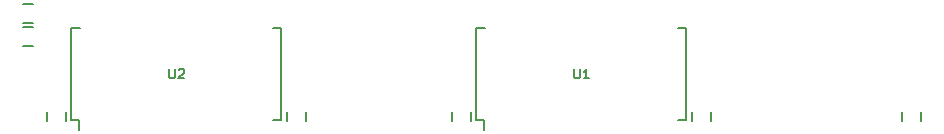
<source format=gto>
G04 #@! TF.GenerationSoftware,KiCad,Pcbnew,(5.1.10-1-10_14)*
G04 #@! TF.CreationDate,2021-07-01T06:08:51-04:00*
G04 #@! TF.ProjectId,GW4190-SOJ,47573431-3930-42d5-934f-4a2e6b696361,2.0-SOJ*
G04 #@! TF.SameCoordinates,Original*
G04 #@! TF.FileFunction,Legend,Top*
G04 #@! TF.FilePolarity,Positive*
%FSLAX46Y46*%
G04 Gerber Fmt 4.6, Leading zero omitted, Abs format (unit mm)*
G04 Created by KiCad (PCBNEW (5.1.10-1-10_14)) date 2021-07-01 06:08:51*
%MOMM*%
%LPD*%
G01*
G04 APERTURE LIST*
%ADD10C,0.200000*%
%ADD11C,0.152400*%
%ADD12C,0.203200*%
%ADD13C,0.952400*%
G04 APERTURE END LIST*
D10*
X120650000Y-93537000D02*
X121300000Y-93537000D01*
X120650000Y-85787000D02*
X121395000Y-85787000D01*
X138430000Y-85787000D02*
X137685000Y-85787000D01*
X138430000Y-93537000D02*
X137685000Y-93537000D01*
X120650000Y-93537000D02*
X120650000Y-85787000D01*
X138430000Y-93537000D02*
X138430000Y-85787000D01*
X121300000Y-93537000D02*
X121300000Y-94362000D01*
X86360000Y-93537000D02*
X87010000Y-93537000D01*
X86360000Y-85787000D02*
X87105000Y-85787000D01*
X104140000Y-85787000D02*
X103395000Y-85787000D01*
X104140000Y-93537000D02*
X103395000Y-93537000D01*
X86360000Y-93537000D02*
X86360000Y-85787000D01*
X104140000Y-93537000D02*
X104140000Y-85787000D01*
X87010000Y-93537000D02*
X87010000Y-94362000D01*
D11*
X84290000Y-92850600D02*
X84290000Y-93663400D01*
X85890000Y-92850600D02*
X85890000Y-93663400D01*
X104610000Y-92850600D02*
X104610000Y-93663400D01*
X106210000Y-92850600D02*
X106210000Y-93663400D01*
X118580000Y-92850600D02*
X118580000Y-93663400D01*
X120180000Y-92850600D02*
X120180000Y-93663400D01*
X158280000Y-93663400D02*
X158280000Y-92850600D01*
X156680000Y-93663400D02*
X156680000Y-92850600D01*
X138900000Y-92850600D02*
X138900000Y-93663400D01*
X140500000Y-92850600D02*
X140500000Y-93663400D01*
X83106400Y-85700000D02*
X82293600Y-85700000D01*
X83106400Y-87300000D02*
X82293600Y-87300000D01*
X82293600Y-83700000D02*
X83106400Y-83700000D01*
X82293600Y-85300000D02*
X83106400Y-85300000D01*
D12*
X128920723Y-89216895D02*
X128920723Y-89874876D01*
X128959428Y-89952285D01*
X128998133Y-89990990D01*
X129075542Y-90029695D01*
X129230361Y-90029695D01*
X129307771Y-89990990D01*
X129346476Y-89952285D01*
X129385180Y-89874876D01*
X129385180Y-89216895D01*
X130197980Y-90029695D02*
X129733523Y-90029695D01*
X129965752Y-90029695D02*
X129965752Y-89216895D01*
X129888342Y-89333009D01*
X129810933Y-89410419D01*
X129733523Y-89449123D01*
X94630723Y-89216895D02*
X94630723Y-89874876D01*
X94669428Y-89952285D01*
X94708133Y-89990990D01*
X94785542Y-90029695D01*
X94940361Y-90029695D01*
X95017771Y-89990990D01*
X95056476Y-89952285D01*
X95095180Y-89874876D01*
X95095180Y-89216895D01*
X95443523Y-89294304D02*
X95482228Y-89255600D01*
X95559638Y-89216895D01*
X95753161Y-89216895D01*
X95830571Y-89255600D01*
X95869276Y-89294304D01*
X95907980Y-89371714D01*
X95907980Y-89449123D01*
X95869276Y-89565238D01*
X95404819Y-90029695D01*
X95907980Y-90029695D01*
%LPC*%
G36*
G01*
X137335000Y-88061000D02*
X136985000Y-88061000D01*
G75*
G02*
X136810000Y-87886000I0J175000D01*
G01*
X136810000Y-85088000D01*
G75*
G02*
X136985000Y-84913000I175000J0D01*
G01*
X137335000Y-84913000D01*
G75*
G02*
X137510000Y-85088000I0J-175000D01*
G01*
X137510000Y-87886000D01*
G75*
G02*
X137335000Y-88061000I-175000J0D01*
G01*
G37*
G36*
G01*
X122095000Y-88061000D02*
X121745000Y-88061000D01*
G75*
G02*
X121570000Y-87886000I0J175000D01*
G01*
X121570000Y-85088000D01*
G75*
G02*
X121745000Y-84913000I175000J0D01*
G01*
X122095000Y-84913000D01*
G75*
G02*
X122270000Y-85088000I0J-175000D01*
G01*
X122270000Y-87886000D01*
G75*
G02*
X122095000Y-88061000I-175000J0D01*
G01*
G37*
G36*
G01*
X123365000Y-88061000D02*
X123015000Y-88061000D01*
G75*
G02*
X122840000Y-87886000I0J175000D01*
G01*
X122840000Y-85088000D01*
G75*
G02*
X123015000Y-84913000I175000J0D01*
G01*
X123365000Y-84913000D01*
G75*
G02*
X123540000Y-85088000I0J-175000D01*
G01*
X123540000Y-87886000D01*
G75*
G02*
X123365000Y-88061000I-175000J0D01*
G01*
G37*
G36*
G01*
X124635000Y-88061000D02*
X124285000Y-88061000D01*
G75*
G02*
X124110000Y-87886000I0J175000D01*
G01*
X124110000Y-85088000D01*
G75*
G02*
X124285000Y-84913000I175000J0D01*
G01*
X124635000Y-84913000D01*
G75*
G02*
X124810000Y-85088000I0J-175000D01*
G01*
X124810000Y-87886000D01*
G75*
G02*
X124635000Y-88061000I-175000J0D01*
G01*
G37*
G36*
G01*
X125905000Y-88061000D02*
X125555000Y-88061000D01*
G75*
G02*
X125380000Y-87886000I0J175000D01*
G01*
X125380000Y-85088000D01*
G75*
G02*
X125555000Y-84913000I175000J0D01*
G01*
X125905000Y-84913000D01*
G75*
G02*
X126080000Y-85088000I0J-175000D01*
G01*
X126080000Y-87886000D01*
G75*
G02*
X125905000Y-88061000I-175000J0D01*
G01*
G37*
G36*
G01*
X127175000Y-88061000D02*
X126825000Y-88061000D01*
G75*
G02*
X126650000Y-87886000I0J175000D01*
G01*
X126650000Y-85088000D01*
G75*
G02*
X126825000Y-84913000I175000J0D01*
G01*
X127175000Y-84913000D01*
G75*
G02*
X127350000Y-85088000I0J-175000D01*
G01*
X127350000Y-87886000D01*
G75*
G02*
X127175000Y-88061000I-175000J0D01*
G01*
G37*
G36*
G01*
X132255000Y-88061000D02*
X131905000Y-88061000D01*
G75*
G02*
X131730000Y-87886000I0J175000D01*
G01*
X131730000Y-85088000D01*
G75*
G02*
X131905000Y-84913000I175000J0D01*
G01*
X132255000Y-84913000D01*
G75*
G02*
X132430000Y-85088000I0J-175000D01*
G01*
X132430000Y-87886000D01*
G75*
G02*
X132255000Y-88061000I-175000J0D01*
G01*
G37*
G36*
G01*
X133525000Y-88061000D02*
X133175000Y-88061000D01*
G75*
G02*
X133000000Y-87886000I0J175000D01*
G01*
X133000000Y-85088000D01*
G75*
G02*
X133175000Y-84913000I175000J0D01*
G01*
X133525000Y-84913000D01*
G75*
G02*
X133700000Y-85088000I0J-175000D01*
G01*
X133700000Y-87886000D01*
G75*
G02*
X133525000Y-88061000I-175000J0D01*
G01*
G37*
G36*
G01*
X134795000Y-88061000D02*
X134445000Y-88061000D01*
G75*
G02*
X134270000Y-87886000I0J175000D01*
G01*
X134270000Y-85088000D01*
G75*
G02*
X134445000Y-84913000I175000J0D01*
G01*
X134795000Y-84913000D01*
G75*
G02*
X134970000Y-85088000I0J-175000D01*
G01*
X134970000Y-87886000D01*
G75*
G02*
X134795000Y-88061000I-175000J0D01*
G01*
G37*
G36*
G01*
X136065000Y-88061000D02*
X135715000Y-88061000D01*
G75*
G02*
X135540000Y-87886000I0J175000D01*
G01*
X135540000Y-85088000D01*
G75*
G02*
X135715000Y-84913000I175000J0D01*
G01*
X136065000Y-84913000D01*
G75*
G02*
X136240000Y-85088000I0J-175000D01*
G01*
X136240000Y-87886000D01*
G75*
G02*
X136065000Y-88061000I-175000J0D01*
G01*
G37*
G36*
G01*
X137335000Y-94411000D02*
X136985000Y-94411000D01*
G75*
G02*
X136810000Y-94236000I0J175000D01*
G01*
X136810000Y-91438000D01*
G75*
G02*
X136985000Y-91263000I175000J0D01*
G01*
X137335000Y-91263000D01*
G75*
G02*
X137510000Y-91438000I0J-175000D01*
G01*
X137510000Y-94236000D01*
G75*
G02*
X137335000Y-94411000I-175000J0D01*
G01*
G37*
G36*
G01*
X136065000Y-94411000D02*
X135715000Y-94411000D01*
G75*
G02*
X135540000Y-94236000I0J175000D01*
G01*
X135540000Y-91438000D01*
G75*
G02*
X135715000Y-91263000I175000J0D01*
G01*
X136065000Y-91263000D01*
G75*
G02*
X136240000Y-91438000I0J-175000D01*
G01*
X136240000Y-94236000D01*
G75*
G02*
X136065000Y-94411000I-175000J0D01*
G01*
G37*
G36*
G01*
X134795000Y-94411000D02*
X134445000Y-94411000D01*
G75*
G02*
X134270000Y-94236000I0J175000D01*
G01*
X134270000Y-91438000D01*
G75*
G02*
X134445000Y-91263000I175000J0D01*
G01*
X134795000Y-91263000D01*
G75*
G02*
X134970000Y-91438000I0J-175000D01*
G01*
X134970000Y-94236000D01*
G75*
G02*
X134795000Y-94411000I-175000J0D01*
G01*
G37*
G36*
G01*
X133525000Y-94411000D02*
X133175000Y-94411000D01*
G75*
G02*
X133000000Y-94236000I0J175000D01*
G01*
X133000000Y-91438000D01*
G75*
G02*
X133175000Y-91263000I175000J0D01*
G01*
X133525000Y-91263000D01*
G75*
G02*
X133700000Y-91438000I0J-175000D01*
G01*
X133700000Y-94236000D01*
G75*
G02*
X133525000Y-94411000I-175000J0D01*
G01*
G37*
G36*
G01*
X132255000Y-94411000D02*
X131905000Y-94411000D01*
G75*
G02*
X131730000Y-94236000I0J175000D01*
G01*
X131730000Y-91438000D01*
G75*
G02*
X131905000Y-91263000I175000J0D01*
G01*
X132255000Y-91263000D01*
G75*
G02*
X132430000Y-91438000I0J-175000D01*
G01*
X132430000Y-94236000D01*
G75*
G02*
X132255000Y-94411000I-175000J0D01*
G01*
G37*
G36*
G01*
X127175000Y-94411000D02*
X126825000Y-94411000D01*
G75*
G02*
X126650000Y-94236000I0J175000D01*
G01*
X126650000Y-91438000D01*
G75*
G02*
X126825000Y-91263000I175000J0D01*
G01*
X127175000Y-91263000D01*
G75*
G02*
X127350000Y-91438000I0J-175000D01*
G01*
X127350000Y-94236000D01*
G75*
G02*
X127175000Y-94411000I-175000J0D01*
G01*
G37*
G36*
G01*
X125905000Y-94411000D02*
X125555000Y-94411000D01*
G75*
G02*
X125380000Y-94236000I0J175000D01*
G01*
X125380000Y-91438000D01*
G75*
G02*
X125555000Y-91263000I175000J0D01*
G01*
X125905000Y-91263000D01*
G75*
G02*
X126080000Y-91438000I0J-175000D01*
G01*
X126080000Y-94236000D01*
G75*
G02*
X125905000Y-94411000I-175000J0D01*
G01*
G37*
G36*
G01*
X124635000Y-94411000D02*
X124285000Y-94411000D01*
G75*
G02*
X124110000Y-94236000I0J175000D01*
G01*
X124110000Y-91438000D01*
G75*
G02*
X124285000Y-91263000I175000J0D01*
G01*
X124635000Y-91263000D01*
G75*
G02*
X124810000Y-91438000I0J-175000D01*
G01*
X124810000Y-94236000D01*
G75*
G02*
X124635000Y-94411000I-175000J0D01*
G01*
G37*
G36*
G01*
X123365000Y-94411000D02*
X123015000Y-94411000D01*
G75*
G02*
X122840000Y-94236000I0J175000D01*
G01*
X122840000Y-91438000D01*
G75*
G02*
X123015000Y-91263000I175000J0D01*
G01*
X123365000Y-91263000D01*
G75*
G02*
X123540000Y-91438000I0J-175000D01*
G01*
X123540000Y-94236000D01*
G75*
G02*
X123365000Y-94411000I-175000J0D01*
G01*
G37*
G36*
G01*
X122095000Y-94411000D02*
X121745000Y-94411000D01*
G75*
G02*
X121570000Y-94236000I0J175000D01*
G01*
X121570000Y-91438000D01*
G75*
G02*
X121745000Y-91263000I175000J0D01*
G01*
X122095000Y-91263000D01*
G75*
G02*
X122270000Y-91438000I0J-175000D01*
G01*
X122270000Y-94236000D01*
G75*
G02*
X122095000Y-94411000I-175000J0D01*
G01*
G37*
G36*
G01*
X128445000Y-88061000D02*
X128095000Y-88061000D01*
G75*
G02*
X127920000Y-87886000I0J175000D01*
G01*
X127920000Y-85088000D01*
G75*
G02*
X128095000Y-84913000I175000J0D01*
G01*
X128445000Y-84913000D01*
G75*
G02*
X128620000Y-85088000I0J-175000D01*
G01*
X128620000Y-87886000D01*
G75*
G02*
X128445000Y-88061000I-175000J0D01*
G01*
G37*
G36*
G01*
X128445000Y-94411000D02*
X128095000Y-94411000D01*
G75*
G02*
X127920000Y-94236000I0J175000D01*
G01*
X127920000Y-91438000D01*
G75*
G02*
X128095000Y-91263000I175000J0D01*
G01*
X128445000Y-91263000D01*
G75*
G02*
X128620000Y-91438000I0J-175000D01*
G01*
X128620000Y-94236000D01*
G75*
G02*
X128445000Y-94411000I-175000J0D01*
G01*
G37*
G36*
G01*
X130985000Y-88061000D02*
X130635000Y-88061000D01*
G75*
G02*
X130460000Y-87886000I0J175000D01*
G01*
X130460000Y-85088000D01*
G75*
G02*
X130635000Y-84913000I175000J0D01*
G01*
X130985000Y-84913000D01*
G75*
G02*
X131160000Y-85088000I0J-175000D01*
G01*
X131160000Y-87886000D01*
G75*
G02*
X130985000Y-88061000I-175000J0D01*
G01*
G37*
G36*
G01*
X130985000Y-94411000D02*
X130635000Y-94411000D01*
G75*
G02*
X130460000Y-94236000I0J175000D01*
G01*
X130460000Y-91438000D01*
G75*
G02*
X130635000Y-91263000I175000J0D01*
G01*
X130985000Y-91263000D01*
G75*
G02*
X131160000Y-91438000I0J-175000D01*
G01*
X131160000Y-94236000D01*
G75*
G02*
X130985000Y-94411000I-175000J0D01*
G01*
G37*
G36*
G01*
X103045000Y-88061000D02*
X102695000Y-88061000D01*
G75*
G02*
X102520000Y-87886000I0J175000D01*
G01*
X102520000Y-85088000D01*
G75*
G02*
X102695000Y-84913000I175000J0D01*
G01*
X103045000Y-84913000D01*
G75*
G02*
X103220000Y-85088000I0J-175000D01*
G01*
X103220000Y-87886000D01*
G75*
G02*
X103045000Y-88061000I-175000J0D01*
G01*
G37*
G36*
G01*
X87805000Y-88061000D02*
X87455000Y-88061000D01*
G75*
G02*
X87280000Y-87886000I0J175000D01*
G01*
X87280000Y-85088000D01*
G75*
G02*
X87455000Y-84913000I175000J0D01*
G01*
X87805000Y-84913000D01*
G75*
G02*
X87980000Y-85088000I0J-175000D01*
G01*
X87980000Y-87886000D01*
G75*
G02*
X87805000Y-88061000I-175000J0D01*
G01*
G37*
G36*
G01*
X89075000Y-88061000D02*
X88725000Y-88061000D01*
G75*
G02*
X88550000Y-87886000I0J175000D01*
G01*
X88550000Y-85088000D01*
G75*
G02*
X88725000Y-84913000I175000J0D01*
G01*
X89075000Y-84913000D01*
G75*
G02*
X89250000Y-85088000I0J-175000D01*
G01*
X89250000Y-87886000D01*
G75*
G02*
X89075000Y-88061000I-175000J0D01*
G01*
G37*
G36*
G01*
X90345000Y-88061000D02*
X89995000Y-88061000D01*
G75*
G02*
X89820000Y-87886000I0J175000D01*
G01*
X89820000Y-85088000D01*
G75*
G02*
X89995000Y-84913000I175000J0D01*
G01*
X90345000Y-84913000D01*
G75*
G02*
X90520000Y-85088000I0J-175000D01*
G01*
X90520000Y-87886000D01*
G75*
G02*
X90345000Y-88061000I-175000J0D01*
G01*
G37*
G36*
G01*
X91615000Y-88061000D02*
X91265000Y-88061000D01*
G75*
G02*
X91090000Y-87886000I0J175000D01*
G01*
X91090000Y-85088000D01*
G75*
G02*
X91265000Y-84913000I175000J0D01*
G01*
X91615000Y-84913000D01*
G75*
G02*
X91790000Y-85088000I0J-175000D01*
G01*
X91790000Y-87886000D01*
G75*
G02*
X91615000Y-88061000I-175000J0D01*
G01*
G37*
G36*
G01*
X92885000Y-88061000D02*
X92535000Y-88061000D01*
G75*
G02*
X92360000Y-87886000I0J175000D01*
G01*
X92360000Y-85088000D01*
G75*
G02*
X92535000Y-84913000I175000J0D01*
G01*
X92885000Y-84913000D01*
G75*
G02*
X93060000Y-85088000I0J-175000D01*
G01*
X93060000Y-87886000D01*
G75*
G02*
X92885000Y-88061000I-175000J0D01*
G01*
G37*
G36*
G01*
X97965000Y-88061000D02*
X97615000Y-88061000D01*
G75*
G02*
X97440000Y-87886000I0J175000D01*
G01*
X97440000Y-85088000D01*
G75*
G02*
X97615000Y-84913000I175000J0D01*
G01*
X97965000Y-84913000D01*
G75*
G02*
X98140000Y-85088000I0J-175000D01*
G01*
X98140000Y-87886000D01*
G75*
G02*
X97965000Y-88061000I-175000J0D01*
G01*
G37*
G36*
G01*
X99235000Y-88061000D02*
X98885000Y-88061000D01*
G75*
G02*
X98710000Y-87886000I0J175000D01*
G01*
X98710000Y-85088000D01*
G75*
G02*
X98885000Y-84913000I175000J0D01*
G01*
X99235000Y-84913000D01*
G75*
G02*
X99410000Y-85088000I0J-175000D01*
G01*
X99410000Y-87886000D01*
G75*
G02*
X99235000Y-88061000I-175000J0D01*
G01*
G37*
G36*
G01*
X100505000Y-88061000D02*
X100155000Y-88061000D01*
G75*
G02*
X99980000Y-87886000I0J175000D01*
G01*
X99980000Y-85088000D01*
G75*
G02*
X100155000Y-84913000I175000J0D01*
G01*
X100505000Y-84913000D01*
G75*
G02*
X100680000Y-85088000I0J-175000D01*
G01*
X100680000Y-87886000D01*
G75*
G02*
X100505000Y-88061000I-175000J0D01*
G01*
G37*
G36*
G01*
X101775000Y-88061000D02*
X101425000Y-88061000D01*
G75*
G02*
X101250000Y-87886000I0J175000D01*
G01*
X101250000Y-85088000D01*
G75*
G02*
X101425000Y-84913000I175000J0D01*
G01*
X101775000Y-84913000D01*
G75*
G02*
X101950000Y-85088000I0J-175000D01*
G01*
X101950000Y-87886000D01*
G75*
G02*
X101775000Y-88061000I-175000J0D01*
G01*
G37*
G36*
G01*
X103045000Y-94411000D02*
X102695000Y-94411000D01*
G75*
G02*
X102520000Y-94236000I0J175000D01*
G01*
X102520000Y-91438000D01*
G75*
G02*
X102695000Y-91263000I175000J0D01*
G01*
X103045000Y-91263000D01*
G75*
G02*
X103220000Y-91438000I0J-175000D01*
G01*
X103220000Y-94236000D01*
G75*
G02*
X103045000Y-94411000I-175000J0D01*
G01*
G37*
G36*
G01*
X101775000Y-94411000D02*
X101425000Y-94411000D01*
G75*
G02*
X101250000Y-94236000I0J175000D01*
G01*
X101250000Y-91438000D01*
G75*
G02*
X101425000Y-91263000I175000J0D01*
G01*
X101775000Y-91263000D01*
G75*
G02*
X101950000Y-91438000I0J-175000D01*
G01*
X101950000Y-94236000D01*
G75*
G02*
X101775000Y-94411000I-175000J0D01*
G01*
G37*
G36*
G01*
X100505000Y-94411000D02*
X100155000Y-94411000D01*
G75*
G02*
X99980000Y-94236000I0J175000D01*
G01*
X99980000Y-91438000D01*
G75*
G02*
X100155000Y-91263000I175000J0D01*
G01*
X100505000Y-91263000D01*
G75*
G02*
X100680000Y-91438000I0J-175000D01*
G01*
X100680000Y-94236000D01*
G75*
G02*
X100505000Y-94411000I-175000J0D01*
G01*
G37*
G36*
G01*
X99235000Y-94411000D02*
X98885000Y-94411000D01*
G75*
G02*
X98710000Y-94236000I0J175000D01*
G01*
X98710000Y-91438000D01*
G75*
G02*
X98885000Y-91263000I175000J0D01*
G01*
X99235000Y-91263000D01*
G75*
G02*
X99410000Y-91438000I0J-175000D01*
G01*
X99410000Y-94236000D01*
G75*
G02*
X99235000Y-94411000I-175000J0D01*
G01*
G37*
G36*
G01*
X97965000Y-94411000D02*
X97615000Y-94411000D01*
G75*
G02*
X97440000Y-94236000I0J175000D01*
G01*
X97440000Y-91438000D01*
G75*
G02*
X97615000Y-91263000I175000J0D01*
G01*
X97965000Y-91263000D01*
G75*
G02*
X98140000Y-91438000I0J-175000D01*
G01*
X98140000Y-94236000D01*
G75*
G02*
X97965000Y-94411000I-175000J0D01*
G01*
G37*
G36*
G01*
X92885000Y-94411000D02*
X92535000Y-94411000D01*
G75*
G02*
X92360000Y-94236000I0J175000D01*
G01*
X92360000Y-91438000D01*
G75*
G02*
X92535000Y-91263000I175000J0D01*
G01*
X92885000Y-91263000D01*
G75*
G02*
X93060000Y-91438000I0J-175000D01*
G01*
X93060000Y-94236000D01*
G75*
G02*
X92885000Y-94411000I-175000J0D01*
G01*
G37*
G36*
G01*
X91615000Y-94411000D02*
X91265000Y-94411000D01*
G75*
G02*
X91090000Y-94236000I0J175000D01*
G01*
X91090000Y-91438000D01*
G75*
G02*
X91265000Y-91263000I175000J0D01*
G01*
X91615000Y-91263000D01*
G75*
G02*
X91790000Y-91438000I0J-175000D01*
G01*
X91790000Y-94236000D01*
G75*
G02*
X91615000Y-94411000I-175000J0D01*
G01*
G37*
G36*
G01*
X90345000Y-94411000D02*
X89995000Y-94411000D01*
G75*
G02*
X89820000Y-94236000I0J175000D01*
G01*
X89820000Y-91438000D01*
G75*
G02*
X89995000Y-91263000I175000J0D01*
G01*
X90345000Y-91263000D01*
G75*
G02*
X90520000Y-91438000I0J-175000D01*
G01*
X90520000Y-94236000D01*
G75*
G02*
X90345000Y-94411000I-175000J0D01*
G01*
G37*
G36*
G01*
X89075000Y-94411000D02*
X88725000Y-94411000D01*
G75*
G02*
X88550000Y-94236000I0J175000D01*
G01*
X88550000Y-91438000D01*
G75*
G02*
X88725000Y-91263000I175000J0D01*
G01*
X89075000Y-91263000D01*
G75*
G02*
X89250000Y-91438000I0J-175000D01*
G01*
X89250000Y-94236000D01*
G75*
G02*
X89075000Y-94411000I-175000J0D01*
G01*
G37*
G36*
G01*
X87805000Y-94411000D02*
X87455000Y-94411000D01*
G75*
G02*
X87280000Y-94236000I0J175000D01*
G01*
X87280000Y-91438000D01*
G75*
G02*
X87455000Y-91263000I175000J0D01*
G01*
X87805000Y-91263000D01*
G75*
G02*
X87980000Y-91438000I0J-175000D01*
G01*
X87980000Y-94236000D01*
G75*
G02*
X87805000Y-94411000I-175000J0D01*
G01*
G37*
G36*
G01*
X94155000Y-88061000D02*
X93805000Y-88061000D01*
G75*
G02*
X93630000Y-87886000I0J175000D01*
G01*
X93630000Y-85088000D01*
G75*
G02*
X93805000Y-84913000I175000J0D01*
G01*
X94155000Y-84913000D01*
G75*
G02*
X94330000Y-85088000I0J-175000D01*
G01*
X94330000Y-87886000D01*
G75*
G02*
X94155000Y-88061000I-175000J0D01*
G01*
G37*
G36*
G01*
X94155000Y-94411000D02*
X93805000Y-94411000D01*
G75*
G02*
X93630000Y-94236000I0J175000D01*
G01*
X93630000Y-91438000D01*
G75*
G02*
X93805000Y-91263000I175000J0D01*
G01*
X94155000Y-91263000D01*
G75*
G02*
X94330000Y-91438000I0J-175000D01*
G01*
X94330000Y-94236000D01*
G75*
G02*
X94155000Y-94411000I-175000J0D01*
G01*
G37*
G36*
G01*
X96695000Y-88061000D02*
X96345000Y-88061000D01*
G75*
G02*
X96170000Y-87886000I0J175000D01*
G01*
X96170000Y-85088000D01*
G75*
G02*
X96345000Y-84913000I175000J0D01*
G01*
X96695000Y-84913000D01*
G75*
G02*
X96870000Y-85088000I0J-175000D01*
G01*
X96870000Y-87886000D01*
G75*
G02*
X96695000Y-88061000I-175000J0D01*
G01*
G37*
G36*
G01*
X96695000Y-94411000D02*
X96345000Y-94411000D01*
G75*
G02*
X96170000Y-94236000I0J175000D01*
G01*
X96170000Y-91438000D01*
G75*
G02*
X96345000Y-91263000I175000J0D01*
G01*
X96695000Y-91263000D01*
G75*
G02*
X96870000Y-91438000I0J-175000D01*
G01*
X96870000Y-94236000D01*
G75*
G02*
X96695000Y-94411000I-175000J0D01*
G01*
G37*
G36*
G01*
X84627500Y-93532000D02*
X85552500Y-93532000D01*
G75*
G02*
X85840000Y-93819500I0J-287500D01*
G01*
X85840000Y-94394500D01*
G75*
G02*
X85552500Y-94682000I-287500J0D01*
G01*
X84627500Y-94682000D01*
G75*
G02*
X84340000Y-94394500I0J287500D01*
G01*
X84340000Y-93819500D01*
G75*
G02*
X84627500Y-93532000I287500J0D01*
G01*
G37*
G36*
G01*
X84627500Y-91832000D02*
X85552500Y-91832000D01*
G75*
G02*
X85840000Y-92119500I0J-287500D01*
G01*
X85840000Y-92694500D01*
G75*
G02*
X85552500Y-92982000I-287500J0D01*
G01*
X84627500Y-92982000D01*
G75*
G02*
X84340000Y-92694500I0J287500D01*
G01*
X84340000Y-92119500D01*
G75*
G02*
X84627500Y-91832000I287500J0D01*
G01*
G37*
G36*
G01*
X104947500Y-93532000D02*
X105872500Y-93532000D01*
G75*
G02*
X106160000Y-93819500I0J-287500D01*
G01*
X106160000Y-94394500D01*
G75*
G02*
X105872500Y-94682000I-287500J0D01*
G01*
X104947500Y-94682000D01*
G75*
G02*
X104660000Y-94394500I0J287500D01*
G01*
X104660000Y-93819500D01*
G75*
G02*
X104947500Y-93532000I287500J0D01*
G01*
G37*
G36*
G01*
X104947500Y-91832000D02*
X105872500Y-91832000D01*
G75*
G02*
X106160000Y-92119500I0J-287500D01*
G01*
X106160000Y-92694500D01*
G75*
G02*
X105872500Y-92982000I-287500J0D01*
G01*
X104947500Y-92982000D01*
G75*
G02*
X104660000Y-92694500I0J287500D01*
G01*
X104660000Y-92119500D01*
G75*
G02*
X104947500Y-91832000I287500J0D01*
G01*
G37*
G36*
G01*
X118917500Y-93532000D02*
X119842500Y-93532000D01*
G75*
G02*
X120130000Y-93819500I0J-287500D01*
G01*
X120130000Y-94394500D01*
G75*
G02*
X119842500Y-94682000I-287500J0D01*
G01*
X118917500Y-94682000D01*
G75*
G02*
X118630000Y-94394500I0J287500D01*
G01*
X118630000Y-93819500D01*
G75*
G02*
X118917500Y-93532000I287500J0D01*
G01*
G37*
G36*
G01*
X118917500Y-91832000D02*
X119842500Y-91832000D01*
G75*
G02*
X120130000Y-92119500I0J-287500D01*
G01*
X120130000Y-92694500D01*
G75*
G02*
X119842500Y-92982000I-287500J0D01*
G01*
X118917500Y-92982000D01*
G75*
G02*
X118630000Y-92694500I0J287500D01*
G01*
X118630000Y-92119500D01*
G75*
G02*
X118917500Y-91832000I287500J0D01*
G01*
G37*
G36*
G01*
X157942500Y-92982000D02*
X157017500Y-92982000D01*
G75*
G02*
X156730000Y-92694500I0J287500D01*
G01*
X156730000Y-92119500D01*
G75*
G02*
X157017500Y-91832000I287500J0D01*
G01*
X157942500Y-91832000D01*
G75*
G02*
X158230000Y-92119500I0J-287500D01*
G01*
X158230000Y-92694500D01*
G75*
G02*
X157942500Y-92982000I-287500J0D01*
G01*
G37*
G36*
G01*
X157942500Y-94682000D02*
X157017500Y-94682000D01*
G75*
G02*
X156730000Y-94394500I0J287500D01*
G01*
X156730000Y-93819500D01*
G75*
G02*
X157017500Y-93532000I287500J0D01*
G01*
X157942500Y-93532000D01*
G75*
G02*
X158230000Y-93819500I0J-287500D01*
G01*
X158230000Y-94394500D01*
G75*
G02*
X157942500Y-94682000I-287500J0D01*
G01*
G37*
G36*
G01*
X139237500Y-93532000D02*
X140162500Y-93532000D01*
G75*
G02*
X140450000Y-93819500I0J-287500D01*
G01*
X140450000Y-94394500D01*
G75*
G02*
X140162500Y-94682000I-287500J0D01*
G01*
X139237500Y-94682000D01*
G75*
G02*
X138950000Y-94394500I0J287500D01*
G01*
X138950000Y-93819500D01*
G75*
G02*
X139237500Y-93532000I287500J0D01*
G01*
G37*
G36*
G01*
X139237500Y-91832000D02*
X140162500Y-91832000D01*
G75*
G02*
X140450000Y-92119500I0J-287500D01*
G01*
X140450000Y-92694500D01*
G75*
G02*
X140162500Y-92982000I-287500J0D01*
G01*
X139237500Y-92982000D01*
G75*
G02*
X138950000Y-92694500I0J287500D01*
G01*
X138950000Y-92119500D01*
G75*
G02*
X139237500Y-91832000I287500J0D01*
G01*
G37*
G36*
G01*
X82854800Y-100939600D02*
X82854800Y-99212400D01*
G75*
G02*
X83337400Y-98729800I482600J0D01*
G01*
X84302600Y-98729800D01*
G75*
G02*
X84785200Y-99212400I0J-482600D01*
G01*
X84785200Y-100939600D01*
G75*
G02*
X84302600Y-101422200I-482600J0D01*
G01*
X83337400Y-101422200D01*
G75*
G02*
X82854800Y-100939600I0J482600D01*
G01*
G37*
G36*
G01*
X85394800Y-100939600D02*
X85394800Y-99212400D01*
G75*
G02*
X85877400Y-98729800I482600J0D01*
G01*
X86842600Y-98729800D01*
G75*
G02*
X87325200Y-99212400I0J-482600D01*
G01*
X87325200Y-100939600D01*
G75*
G02*
X86842600Y-101422200I-482600J0D01*
G01*
X85877400Y-101422200D01*
G75*
G02*
X85394800Y-100939600I0J482600D01*
G01*
G37*
D13*
X88900000Y-98806000D03*
G36*
G01*
X108254800Y-100939600D02*
X108254800Y-99212400D01*
G75*
G02*
X108737400Y-98729800I482600J0D01*
G01*
X109702600Y-98729800D01*
G75*
G02*
X110185200Y-99212400I0J-482600D01*
G01*
X110185200Y-100939600D01*
G75*
G02*
X109702600Y-101422200I-482600J0D01*
G01*
X108737400Y-101422200D01*
G75*
G02*
X108254800Y-100939600I0J482600D01*
G01*
G37*
G36*
G01*
X93014800Y-100939600D02*
X93014800Y-99212400D01*
G75*
G02*
X93497400Y-98729800I482600J0D01*
G01*
X94462600Y-98729800D01*
G75*
G02*
X94945200Y-99212400I0J-482600D01*
G01*
X94945200Y-100939600D01*
G75*
G02*
X94462600Y-101422200I-482600J0D01*
G01*
X93497400Y-101422200D01*
G75*
G02*
X93014800Y-100939600I0J482600D01*
G01*
G37*
G36*
G01*
X110794800Y-100939600D02*
X110794800Y-99212400D01*
G75*
G02*
X111277400Y-98729800I482600J0D01*
G01*
X112242600Y-98729800D01*
G75*
G02*
X112725200Y-99212400I0J-482600D01*
G01*
X112725200Y-100939600D01*
G75*
G02*
X112242600Y-101422200I-482600J0D01*
G01*
X111277400Y-101422200D01*
G75*
G02*
X110794800Y-100939600I0J482600D01*
G01*
G37*
G36*
G01*
X146354800Y-100939600D02*
X146354800Y-99212400D01*
G75*
G02*
X146837400Y-98729800I482600J0D01*
G01*
X147802600Y-98729800D01*
G75*
G02*
X148285200Y-99212400I0J-482600D01*
G01*
X148285200Y-100939600D01*
G75*
G02*
X147802600Y-101422200I-482600J0D01*
G01*
X146837400Y-101422200D01*
G75*
G02*
X146354800Y-100939600I0J482600D01*
G01*
G37*
G36*
G01*
X113334800Y-100939600D02*
X113334800Y-99212400D01*
G75*
G02*
X113817400Y-98729800I482600J0D01*
G01*
X114782600Y-98729800D01*
G75*
G02*
X115265200Y-99212400I0J-482600D01*
G01*
X115265200Y-100939600D01*
G75*
G02*
X114782600Y-101422200I-482600J0D01*
G01*
X113817400Y-101422200D01*
G75*
G02*
X113334800Y-100939600I0J482600D01*
G01*
G37*
G36*
G01*
X115874800Y-100939600D02*
X115874800Y-99212400D01*
G75*
G02*
X116357400Y-98729800I482600J0D01*
G01*
X117322600Y-98729800D01*
G75*
G02*
X117805200Y-99212400I0J-482600D01*
G01*
X117805200Y-100939600D01*
G75*
G02*
X117322600Y-101422200I-482600J0D01*
G01*
X116357400Y-101422200D01*
G75*
G02*
X115874800Y-100939600I0J482600D01*
G01*
G37*
G36*
G01*
X90474800Y-100939600D02*
X90474800Y-99212400D01*
G75*
G02*
X90957400Y-98729800I482600J0D01*
G01*
X91922600Y-98729800D01*
G75*
G02*
X92405200Y-99212400I0J-482600D01*
G01*
X92405200Y-100939600D01*
G75*
G02*
X91922600Y-101422200I-482600J0D01*
G01*
X90957400Y-101422200D01*
G75*
G02*
X90474800Y-100939600I0J482600D01*
G01*
G37*
G36*
G01*
X153974800Y-100939600D02*
X153974800Y-99212400D01*
G75*
G02*
X154457400Y-98729800I482600J0D01*
G01*
X155422600Y-98729800D01*
G75*
G02*
X155905200Y-99212400I0J-482600D01*
G01*
X155905200Y-100939600D01*
G75*
G02*
X155422600Y-101422200I-482600J0D01*
G01*
X154457400Y-101422200D01*
G75*
G02*
X153974800Y-100939600I0J482600D01*
G01*
G37*
G36*
G01*
X87934800Y-100939600D02*
X87934800Y-99212400D01*
G75*
G02*
X88417400Y-98729800I482600J0D01*
G01*
X89382600Y-98729800D01*
G75*
G02*
X89865200Y-99212400I0J-482600D01*
G01*
X89865200Y-100939600D01*
G75*
G02*
X89382600Y-101422200I-482600J0D01*
G01*
X88417400Y-101422200D01*
G75*
G02*
X87934800Y-100939600I0J482600D01*
G01*
G37*
G36*
G01*
X141274800Y-100939600D02*
X141274800Y-99212400D01*
G75*
G02*
X141757400Y-98729800I482600J0D01*
G01*
X142722600Y-98729800D01*
G75*
G02*
X143205200Y-99212400I0J-482600D01*
G01*
X143205200Y-100939600D01*
G75*
G02*
X142722600Y-101422200I-482600J0D01*
G01*
X141757400Y-101422200D01*
G75*
G02*
X141274800Y-100939600I0J482600D01*
G01*
G37*
G36*
G01*
X120954800Y-100939600D02*
X120954800Y-99212400D01*
G75*
G02*
X121437400Y-98729800I482600J0D01*
G01*
X122402600Y-98729800D01*
G75*
G02*
X122885200Y-99212400I0J-482600D01*
G01*
X122885200Y-100939600D01*
G75*
G02*
X122402600Y-101422200I-482600J0D01*
G01*
X121437400Y-101422200D01*
G75*
G02*
X120954800Y-100939600I0J482600D01*
G01*
G37*
G36*
G01*
X131114800Y-100939600D02*
X131114800Y-99212400D01*
G75*
G02*
X131597400Y-98729800I482600J0D01*
G01*
X132562600Y-98729800D01*
G75*
G02*
X133045200Y-99212400I0J-482600D01*
G01*
X133045200Y-100939600D01*
G75*
G02*
X132562600Y-101422200I-482600J0D01*
G01*
X131597400Y-101422200D01*
G75*
G02*
X131114800Y-100939600I0J482600D01*
G01*
G37*
G36*
G01*
X138734800Y-100939600D02*
X138734800Y-99212400D01*
G75*
G02*
X139217400Y-98729800I482600J0D01*
G01*
X140182600Y-98729800D01*
G75*
G02*
X140665200Y-99212400I0J-482600D01*
G01*
X140665200Y-100939600D01*
G75*
G02*
X140182600Y-101422200I-482600J0D01*
G01*
X139217400Y-101422200D01*
G75*
G02*
X138734800Y-100939600I0J482600D01*
G01*
G37*
G36*
G01*
X103174800Y-100939600D02*
X103174800Y-99212400D01*
G75*
G02*
X103657400Y-98729800I482600J0D01*
G01*
X104622600Y-98729800D01*
G75*
G02*
X105105200Y-99212400I0J-482600D01*
G01*
X105105200Y-100939600D01*
G75*
G02*
X104622600Y-101422200I-482600J0D01*
G01*
X103657400Y-101422200D01*
G75*
G02*
X103174800Y-100939600I0J482600D01*
G01*
G37*
G36*
G01*
X126034800Y-100939600D02*
X126034800Y-99212400D01*
G75*
G02*
X126517400Y-98729800I482600J0D01*
G01*
X127482600Y-98729800D01*
G75*
G02*
X127965200Y-99212400I0J-482600D01*
G01*
X127965200Y-100939600D01*
G75*
G02*
X127482600Y-101422200I-482600J0D01*
G01*
X126517400Y-101422200D01*
G75*
G02*
X126034800Y-100939600I0J482600D01*
G01*
G37*
G36*
G01*
X133654800Y-100939600D02*
X133654800Y-99212400D01*
G75*
G02*
X134137400Y-98729800I482600J0D01*
G01*
X135102600Y-98729800D01*
G75*
G02*
X135585200Y-99212400I0J-482600D01*
G01*
X135585200Y-100939600D01*
G75*
G02*
X135102600Y-101422200I-482600J0D01*
G01*
X134137400Y-101422200D01*
G75*
G02*
X133654800Y-100939600I0J482600D01*
G01*
G37*
G36*
G01*
X128574800Y-100939600D02*
X128574800Y-99212400D01*
G75*
G02*
X129057400Y-98729800I482600J0D01*
G01*
X130022600Y-98729800D01*
G75*
G02*
X130505200Y-99212400I0J-482600D01*
G01*
X130505200Y-100939600D01*
G75*
G02*
X130022600Y-101422200I-482600J0D01*
G01*
X129057400Y-101422200D01*
G75*
G02*
X128574800Y-100939600I0J482600D01*
G01*
G37*
G36*
G01*
X105714800Y-100939600D02*
X105714800Y-99212400D01*
G75*
G02*
X106197400Y-98729800I482600J0D01*
G01*
X107162600Y-98729800D01*
G75*
G02*
X107645200Y-99212400I0J-482600D01*
G01*
X107645200Y-100939600D01*
G75*
G02*
X107162600Y-101422200I-482600J0D01*
G01*
X106197400Y-101422200D01*
G75*
G02*
X105714800Y-100939600I0J482600D01*
G01*
G37*
G36*
G01*
X136194800Y-100939600D02*
X136194800Y-99212400D01*
G75*
G02*
X136677400Y-98729800I482600J0D01*
G01*
X137642600Y-98729800D01*
G75*
G02*
X138125200Y-99212400I0J-482600D01*
G01*
X138125200Y-100939600D01*
G75*
G02*
X137642600Y-101422200I-482600J0D01*
G01*
X136677400Y-101422200D01*
G75*
G02*
X136194800Y-100939600I0J482600D01*
G01*
G37*
G36*
G01*
X95554800Y-100939600D02*
X95554800Y-99212400D01*
G75*
G02*
X96037400Y-98729800I482600J0D01*
G01*
X97002600Y-98729800D01*
G75*
G02*
X97485200Y-99212400I0J-482600D01*
G01*
X97485200Y-100939600D01*
G75*
G02*
X97002600Y-101422200I-482600J0D01*
G01*
X96037400Y-101422200D01*
G75*
G02*
X95554800Y-100939600I0J482600D01*
G01*
G37*
G36*
G01*
X123494800Y-100939600D02*
X123494800Y-99212400D01*
G75*
G02*
X123977400Y-98729800I482600J0D01*
G01*
X124942600Y-98729800D01*
G75*
G02*
X125425200Y-99212400I0J-482600D01*
G01*
X125425200Y-100939600D01*
G75*
G02*
X124942600Y-101422200I-482600J0D01*
G01*
X123977400Y-101422200D01*
G75*
G02*
X123494800Y-100939600I0J482600D01*
G01*
G37*
G36*
G01*
X98094800Y-100939600D02*
X98094800Y-99212400D01*
G75*
G02*
X98577400Y-98729800I482600J0D01*
G01*
X99542600Y-98729800D01*
G75*
G02*
X100025200Y-99212400I0J-482600D01*
G01*
X100025200Y-100939600D01*
G75*
G02*
X99542600Y-101422200I-482600J0D01*
G01*
X98577400Y-101422200D01*
G75*
G02*
X98094800Y-100939600I0J482600D01*
G01*
G37*
G36*
G01*
X100634800Y-100939600D02*
X100634800Y-99212400D01*
G75*
G02*
X101117400Y-98729800I482600J0D01*
G01*
X102082600Y-98729800D01*
G75*
G02*
X102565200Y-99212400I0J-482600D01*
G01*
X102565200Y-100939600D01*
G75*
G02*
X102082600Y-101422200I-482600J0D01*
G01*
X101117400Y-101422200D01*
G75*
G02*
X100634800Y-100939600I0J482600D01*
G01*
G37*
G36*
G01*
X148894800Y-100939600D02*
X148894800Y-99212400D01*
G75*
G02*
X149377400Y-98729800I482600J0D01*
G01*
X150342600Y-98729800D01*
G75*
G02*
X150825200Y-99212400I0J-482600D01*
G01*
X150825200Y-100939600D01*
G75*
G02*
X150342600Y-101422200I-482600J0D01*
G01*
X149377400Y-101422200D01*
G75*
G02*
X148894800Y-100939600I0J482600D01*
G01*
G37*
G36*
G01*
X151434800Y-100939600D02*
X151434800Y-99212400D01*
G75*
G02*
X151917400Y-98729800I482600J0D01*
G01*
X152882600Y-98729800D01*
G75*
G02*
X153365200Y-99212400I0J-482600D01*
G01*
X153365200Y-100939600D01*
G75*
G02*
X152882600Y-101422200I-482600J0D01*
G01*
X151917400Y-101422200D01*
G75*
G02*
X151434800Y-100939600I0J482600D01*
G01*
G37*
G36*
G01*
X156514800Y-100939600D02*
X156514800Y-99212400D01*
G75*
G02*
X156997400Y-98729800I482600J0D01*
G01*
X157962600Y-98729800D01*
G75*
G02*
X158445200Y-99212400I0J-482600D01*
G01*
X158445200Y-100939600D01*
G75*
G02*
X157962600Y-101422200I-482600J0D01*
G01*
X156997400Y-101422200D01*
G75*
G02*
X156514800Y-100939600I0J482600D01*
G01*
G37*
G36*
G01*
X118414800Y-100939600D02*
X118414800Y-99212400D01*
G75*
G02*
X118897400Y-98729800I482600J0D01*
G01*
X119862600Y-98729800D01*
G75*
G02*
X120345200Y-99212400I0J-482600D01*
G01*
X120345200Y-100939600D01*
G75*
G02*
X119862600Y-101422200I-482600J0D01*
G01*
X118897400Y-101422200D01*
G75*
G02*
X118414800Y-100939600I0J482600D01*
G01*
G37*
G36*
G01*
X143814800Y-100939600D02*
X143814800Y-99212400D01*
G75*
G02*
X144297400Y-98729800I482600J0D01*
G01*
X145262600Y-98729800D01*
G75*
G02*
X145745200Y-99212400I0J-482600D01*
G01*
X145745200Y-100939600D01*
G75*
G02*
X145262600Y-101422200I-482600J0D01*
G01*
X144297400Y-101422200D01*
G75*
G02*
X143814800Y-100939600I0J482600D01*
G01*
G37*
X86360000Y-98806000D03*
X83820000Y-98806000D03*
X93980000Y-98806000D03*
X91440000Y-98806000D03*
X96520000Y-98806000D03*
X99060000Y-98806000D03*
X104140000Y-98806000D03*
X101600000Y-98806000D03*
X109220000Y-98806000D03*
X106680000Y-98806000D03*
X111760000Y-98806000D03*
X116840000Y-98806000D03*
X114300000Y-98806000D03*
X119380000Y-98806000D03*
X124460000Y-98806000D03*
X121920000Y-98806000D03*
X127000000Y-98806000D03*
X149860000Y-98806000D03*
X147320000Y-98806000D03*
X152400000Y-98806000D03*
X134620000Y-98806000D03*
X132080000Y-98806000D03*
X137160000Y-98806000D03*
X142240000Y-98806000D03*
X139700000Y-98806000D03*
X144780000Y-98806000D03*
X129540000Y-98806000D03*
X154940000Y-98806000D03*
X157480000Y-98806000D03*
G36*
G01*
X82225000Y-85987500D02*
X82225000Y-87012500D01*
G75*
G02*
X81987500Y-87250000I-237500J0D01*
G01*
X81512500Y-87250000D01*
G75*
G02*
X81275000Y-87012500I0J237500D01*
G01*
X81275000Y-85987500D01*
G75*
G02*
X81512500Y-85750000I237500J0D01*
G01*
X81987500Y-85750000D01*
G75*
G02*
X82225000Y-85987500I0J-237500D01*
G01*
G37*
G36*
G01*
X84125000Y-85987500D02*
X84125000Y-87012500D01*
G75*
G02*
X83887500Y-87250000I-237500J0D01*
G01*
X83412500Y-87250000D01*
G75*
G02*
X83175000Y-87012500I0J237500D01*
G01*
X83175000Y-85987500D01*
G75*
G02*
X83412500Y-85750000I237500J0D01*
G01*
X83887500Y-85750000D01*
G75*
G02*
X84125000Y-85987500I0J-237500D01*
G01*
G37*
G36*
G01*
X81275000Y-85012500D02*
X81275000Y-83987500D01*
G75*
G02*
X81512500Y-83750000I237500J0D01*
G01*
X81987500Y-83750000D01*
G75*
G02*
X82225000Y-83987500I0J-237500D01*
G01*
X82225000Y-85012500D01*
G75*
G02*
X81987500Y-85250000I-237500J0D01*
G01*
X81512500Y-85250000D01*
G75*
G02*
X81275000Y-85012500I0J237500D01*
G01*
G37*
G36*
G01*
X83175000Y-85012500D02*
X83175000Y-83987500D01*
G75*
G02*
X83412500Y-83750000I237500J0D01*
G01*
X83887500Y-83750000D01*
G75*
G02*
X84125000Y-83987500I0J-237500D01*
G01*
X84125000Y-85012500D01*
G75*
G02*
X83887500Y-85250000I-237500J0D01*
G01*
X83412500Y-85250000D01*
G75*
G02*
X83175000Y-85012500I0J237500D01*
G01*
G37*
M02*

</source>
